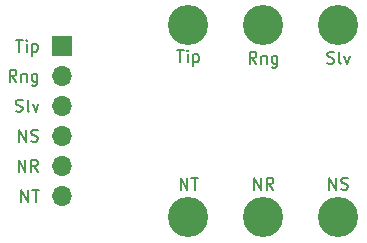
<source format=gbr>
%TF.GenerationSoftware,KiCad,Pcbnew,(6.0.1)*%
%TF.CreationDate,2022-04-30T00:42:49-04:00*%
%TF.ProjectId,TRS_Breakout,5452535f-4272-4656-916b-6f75742e6b69,rev?*%
%TF.SameCoordinates,Original*%
%TF.FileFunction,Soldermask,Top*%
%TF.FilePolarity,Negative*%
%FSLAX46Y46*%
G04 Gerber Fmt 4.6, Leading zero omitted, Abs format (unit mm)*
G04 Created by KiCad (PCBNEW (6.0.1)) date 2022-04-30 00:42:49*
%MOMM*%
%LPD*%
G01*
G04 APERTURE LIST*
%ADD10C,0.150000*%
%ADD11R,1.700000X1.700000*%
%ADD12O,1.700000X1.700000*%
%ADD13C,3.400000*%
G04 APERTURE END LIST*
D10*
X140408928Y-97940761D02*
X140551785Y-97988380D01*
X140789880Y-97988380D01*
X140885119Y-97940761D01*
X140932738Y-97893142D01*
X140980357Y-97797904D01*
X140980357Y-97702666D01*
X140932738Y-97607428D01*
X140885119Y-97559809D01*
X140789880Y-97512190D01*
X140599404Y-97464571D01*
X140504166Y-97416952D01*
X140456547Y-97369333D01*
X140408928Y-97274095D01*
X140408928Y-97178857D01*
X140456547Y-97083619D01*
X140504166Y-97036000D01*
X140599404Y-96988380D01*
X140837500Y-96988380D01*
X140980357Y-97036000D01*
X141551785Y-97988380D02*
X141456547Y-97940761D01*
X141408928Y-97845523D01*
X141408928Y-96988380D01*
X141837500Y-97321714D02*
X142075595Y-97988380D01*
X142313690Y-97321714D01*
X114309524Y-104592380D02*
X114309524Y-103592380D01*
X114880952Y-104592380D01*
X114880952Y-103592380D01*
X115309524Y-104544761D02*
X115452381Y-104592380D01*
X115690476Y-104592380D01*
X115785714Y-104544761D01*
X115833333Y-104497142D01*
X115880952Y-104401904D01*
X115880952Y-104306666D01*
X115833333Y-104211428D01*
X115785714Y-104163809D01*
X115690476Y-104116190D01*
X115500000Y-104068571D01*
X115404762Y-104020952D01*
X115357143Y-103973333D01*
X115309524Y-103878095D01*
X115309524Y-103782857D01*
X115357143Y-103687619D01*
X115404762Y-103640000D01*
X115500000Y-103592380D01*
X115738095Y-103592380D01*
X115880952Y-103640000D01*
X127661309Y-96862380D02*
X128232738Y-96862380D01*
X127947023Y-97862380D02*
X127947023Y-96862380D01*
X128566071Y-97862380D02*
X128566071Y-97195714D01*
X128566071Y-96862380D02*
X128518452Y-96910000D01*
X128566071Y-96957619D01*
X128613690Y-96910000D01*
X128566071Y-96862380D01*
X128566071Y-96957619D01*
X129042261Y-97195714D02*
X129042261Y-98195714D01*
X129042261Y-97243333D02*
X129137500Y-97195714D01*
X129327976Y-97195714D01*
X129423214Y-97243333D01*
X129470833Y-97290952D01*
X129518452Y-97386190D01*
X129518452Y-97671904D01*
X129470833Y-97767142D01*
X129423214Y-97814761D01*
X129327976Y-97862380D01*
X129137500Y-97862380D01*
X129042261Y-97814761D01*
X114071428Y-99512380D02*
X113738095Y-99036190D01*
X113500000Y-99512380D02*
X113500000Y-98512380D01*
X113880952Y-98512380D01*
X113976190Y-98560000D01*
X114023809Y-98607619D01*
X114071428Y-98702857D01*
X114071428Y-98845714D01*
X114023809Y-98940952D01*
X113976190Y-98988571D01*
X113880952Y-99036190D01*
X113500000Y-99036190D01*
X114500000Y-98845714D02*
X114500000Y-99512380D01*
X114500000Y-98940952D02*
X114547619Y-98893333D01*
X114642857Y-98845714D01*
X114785714Y-98845714D01*
X114880952Y-98893333D01*
X114928571Y-98988571D01*
X114928571Y-99512380D01*
X115833333Y-98845714D02*
X115833333Y-99655238D01*
X115785714Y-99750476D01*
X115738095Y-99798095D01*
X115642857Y-99845714D01*
X115500000Y-99845714D01*
X115404762Y-99798095D01*
X115833333Y-99464761D02*
X115738095Y-99512380D01*
X115547619Y-99512380D01*
X115452381Y-99464761D01*
X115404762Y-99417142D01*
X115357143Y-99321904D01*
X115357143Y-99036190D01*
X115404762Y-98940952D01*
X115452381Y-98893333D01*
X115547619Y-98845714D01*
X115738095Y-98845714D01*
X115833333Y-98893333D01*
X114261904Y-107132380D02*
X114261904Y-106132380D01*
X114833333Y-107132380D01*
X114833333Y-106132380D01*
X115880952Y-107132380D02*
X115547619Y-106656190D01*
X115309523Y-107132380D02*
X115309523Y-106132380D01*
X115690476Y-106132380D01*
X115785714Y-106180000D01*
X115833333Y-106227619D01*
X115880952Y-106322857D01*
X115880952Y-106465714D01*
X115833333Y-106560952D01*
X115785714Y-106608571D01*
X115690476Y-106656190D01*
X115309523Y-106656190D01*
X114023809Y-95972380D02*
X114595238Y-95972380D01*
X114309523Y-96972380D02*
X114309523Y-95972380D01*
X114928571Y-96972380D02*
X114928571Y-96305714D01*
X114928571Y-95972380D02*
X114880952Y-96020000D01*
X114928571Y-96067619D01*
X114976190Y-96020000D01*
X114928571Y-95972380D01*
X114928571Y-96067619D01*
X115404761Y-96305714D02*
X115404761Y-97305714D01*
X115404761Y-96353333D02*
X115500000Y-96305714D01*
X115690476Y-96305714D01*
X115785714Y-96353333D01*
X115833333Y-96400952D01*
X115880952Y-96496190D01*
X115880952Y-96781904D01*
X115833333Y-96877142D01*
X115785714Y-96924761D01*
X115690476Y-96972380D01*
X115500000Y-96972380D01*
X115404761Y-96924761D01*
X127970833Y-108656380D02*
X127970833Y-107656380D01*
X128542261Y-108656380D01*
X128542261Y-107656380D01*
X128875595Y-107656380D02*
X129447023Y-107656380D01*
X129161309Y-108656380D02*
X129161309Y-107656380D01*
X140575595Y-108656380D02*
X140575595Y-107656380D01*
X141147023Y-108656380D01*
X141147023Y-107656380D01*
X141575595Y-108608761D02*
X141718452Y-108656380D01*
X141956547Y-108656380D01*
X142051785Y-108608761D01*
X142099404Y-108561142D01*
X142147023Y-108465904D01*
X142147023Y-108370666D01*
X142099404Y-108275428D01*
X142051785Y-108227809D01*
X141956547Y-108180190D01*
X141766071Y-108132571D01*
X141670833Y-108084952D01*
X141623214Y-108037333D01*
X141575595Y-107942095D01*
X141575595Y-107846857D01*
X141623214Y-107751619D01*
X141670833Y-107704000D01*
X141766071Y-107656380D01*
X142004166Y-107656380D01*
X142147023Y-107704000D01*
X114023809Y-102004761D02*
X114166666Y-102052380D01*
X114404761Y-102052380D01*
X114500000Y-102004761D01*
X114547619Y-101957142D01*
X114595238Y-101861904D01*
X114595238Y-101766666D01*
X114547619Y-101671428D01*
X114500000Y-101623809D01*
X114404761Y-101576190D01*
X114214285Y-101528571D01*
X114119047Y-101480952D01*
X114071428Y-101433333D01*
X114023809Y-101338095D01*
X114023809Y-101242857D01*
X114071428Y-101147619D01*
X114119047Y-101100000D01*
X114214285Y-101052380D01*
X114452381Y-101052380D01*
X114595238Y-101100000D01*
X115166666Y-102052380D02*
X115071428Y-102004761D01*
X115023809Y-101909523D01*
X115023809Y-101052380D01*
X115452381Y-101385714D02*
X115690476Y-102052380D01*
X115928571Y-101385714D01*
X114500000Y-109672380D02*
X114500000Y-108672380D01*
X115071428Y-109672380D01*
X115071428Y-108672380D01*
X115404762Y-108672380D02*
X115976190Y-108672380D01*
X115690476Y-109672380D02*
X115690476Y-108672380D01*
X134201785Y-108656380D02*
X134201785Y-107656380D01*
X134773214Y-108656380D01*
X134773214Y-107656380D01*
X135820833Y-108656380D02*
X135487500Y-108180190D01*
X135249404Y-108656380D02*
X135249404Y-107656380D01*
X135630357Y-107656380D01*
X135725595Y-107704000D01*
X135773214Y-107751619D01*
X135820833Y-107846857D01*
X135820833Y-107989714D01*
X135773214Y-108084952D01*
X135725595Y-108132571D01*
X135630357Y-108180190D01*
X135249404Y-108180190D01*
X134392261Y-97988380D02*
X134058928Y-97512190D01*
X133820833Y-97988380D02*
X133820833Y-96988380D01*
X134201785Y-96988380D01*
X134297023Y-97036000D01*
X134344642Y-97083619D01*
X134392261Y-97178857D01*
X134392261Y-97321714D01*
X134344642Y-97416952D01*
X134297023Y-97464571D01*
X134201785Y-97512190D01*
X133820833Y-97512190D01*
X134820833Y-97321714D02*
X134820833Y-97988380D01*
X134820833Y-97416952D02*
X134868452Y-97369333D01*
X134963690Y-97321714D01*
X135106547Y-97321714D01*
X135201785Y-97369333D01*
X135249404Y-97464571D01*
X135249404Y-97988380D01*
X136154166Y-97321714D02*
X136154166Y-98131238D01*
X136106547Y-98226476D01*
X136058928Y-98274095D01*
X135963690Y-98321714D01*
X135820833Y-98321714D01*
X135725595Y-98274095D01*
X136154166Y-97940761D02*
X136058928Y-97988380D01*
X135868452Y-97988380D01*
X135773214Y-97940761D01*
X135725595Y-97893142D01*
X135677976Y-97797904D01*
X135677976Y-97512190D01*
X135725595Y-97416952D01*
X135773214Y-97369333D01*
X135868452Y-97321714D01*
X136058928Y-97321714D01*
X136154166Y-97369333D01*
D11*
%TO.C,J2*%
X117921875Y-96520000D03*
D12*
X117921875Y-99060000D03*
X117921875Y-101600000D03*
X117921875Y-104140000D03*
X117921875Y-106680000D03*
X117921875Y-109220000D03*
%TD*%
D13*
%TO.C,J1*%
X128637500Y-110985000D03*
X128637500Y-94755000D03*
X141337500Y-110985000D03*
X141337500Y-94755000D03*
X134987500Y-110985000D03*
X134987500Y-94755000D03*
%TD*%
M02*

</source>
